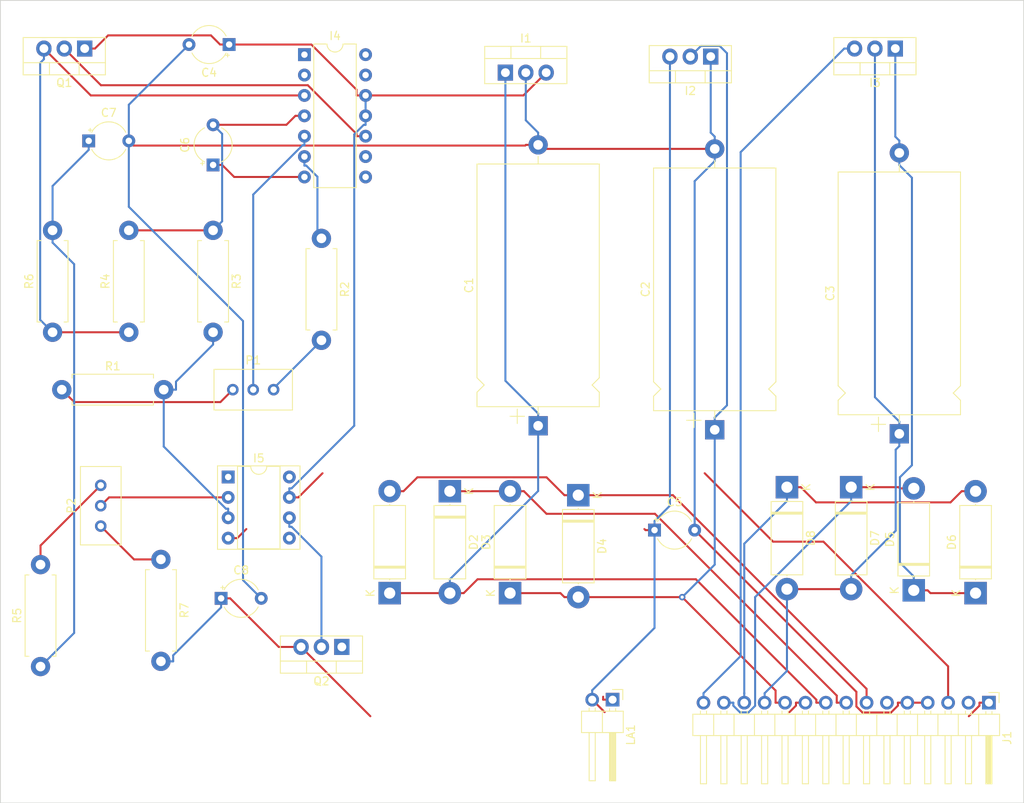
<source format=kicad_pcb>
(kicad_pcb (version 20221018) (generator pcbnew)
  (layers (0 "F.Cu" signal) (31 "B.Cu" signal) (34 "B.Paste" user) (35 "F.Paste" user) (36 "B.SilkS" user "B.Silkscreen") (37 "F.SilkS" user "F.Silkscreen") (38 "B.Mask" user) (39 "F.Mask" user) (44 "Edge.Cuts" user))
  (net 0 "")
  (net 1 "UnVDC+")
  (net 2 "AGnd")
  (net 3 "+15VDC")
  (net 4 "-15VDC")
  (net 5 "+10VDC")
  (net 6 "-10VDC")
  (net 7 "14VAC+")
  (net 8 "UnVDC-")
  (net 9 "Net-(C3--)")
  (net 10 "DGnd")
  (net 11 "Vcc")
  (net 14 "Net-(I4-CSEN)")
  (net 15 "Net-(I4--)")
  (net 16 "Net-(I4-+)")
  (net 17 "Net-(I4-VREF)")
  (net 18 "Net-(I4-V-)")
  (net 21 "Net-(I4-Vout)")
  (net 24 "Net-(P1-Pad1)")
  (net 25 "Net-(P1-Pad3)")
  (net 26 "Net-(LA1--)")
  (net 27 "Net-(Q2-B)")
  (net 28 "Net-(I5-+)")
  (net 29 "Net-(P2-Pad1)")
  (net 30 "Net-(P2-Pad3)")
  (net 31 "14VAC-")
  (net 32 "6VAC-")
  (net 33 "6VAC+")
  (net 35 "Net-(I5--)")
  (net 38 "XGnd")
  (footprint "Potentiometer_THT:Potentiometer_Bourns_3296W_Vertical" (layer "F.Cu") (at 90.04 92.5)
    (fp_text reference "P1" (at -2.54 -3.66) (layer "F.SilkS"))
    (fp_text value "50Ohm")
    (pad "1" thru_hole circle (at 0 0) (size 1.44 1.44) (drill 0.8) (layers "*.Cu" "*.Mask") (net 24 "Net-(P1-Pad1)"))
    (pad "2" thru_hole circle (at -2.54 0) (size 1.44 1.44) (drill 0.8) (layers "*.Cu" "*.Mask") (net 16 "Net-(I4-+)"))
    (pad "3" thru_hole circle (at -5.08 0) (size 1.44 1.44) (drill 0.8) (layers "*.Cu" "*.Mask") (net 25 "Net-(P1-Pad3)"))
  )
  (footprint "Capacitor_THT:CP_Axial_L30.0mm_D15.0mm_P35.00mm_Horizontal" (layer "F.Cu") (at 145 97.5 90)
    (fp_text reference "C2" (at 17.5 -8.62 90) (layer "F.SilkS"))
    (fp_text value "2200uf")
    (pad "1" thru_hole rect (at 0 0 90) (size 2.4 2.4) (drill 1.2) (layers "*.Cu" "*.Mask") (net 8 "UnVDC-"))
    (pad "2" thru_hole oval (at 35 0 90) (size 2.4 2.4) (drill 1.2) (layers "*.Cu" "*.Mask") (net 2 "AGnd"))
  )
  (footprint "Package_DIP:DIP-14_W7.62mm" (layer "F.Cu") (at 93.88 50.76)
    (fp_text reference "I4" (at 3.81 -2.33) (layer "F.SilkS"))
    (fp_text value "LM723_DIP14")
    (pad "1" thru_hole rect (at 0 0) (size 1.6 1.6) (drill 0.8) (layers "*.Cu" "*.Mask"))
    (pad "2" thru_hole oval (at 0 2.54) (size 1.6 1.6) (drill 0.8) (layers "*.Cu" "*.Mask"))
    (pad "3" thru_hole oval (at 0 5.08) (size 1.6 1.6) (drill 0.8) (layers "*.Cu" "*.Mask") (net 14 "Net-(I4-CSEN)"))
    (pad "4" thru_hole oval (at 0 7.62) (size 1.6 1.6) (drill 0.8) (layers "*.Cu" "*.Mask") (net 15 "Net-(I4--)"))
    (pad "5" thru_hole oval (at 0 10.16) (size 1.6 1.6) (drill 0.8) (layers "*.Cu" "*.Mask") (net 16 "Net-(I4-+)"))
    (pad "6" thru_hole oval (at 0 12.7) (size 1.6 1.6) (drill 0.8) (layers "*.Cu" "*.Mask") (net 17 "Net-(I4-VREF)"))
    (pad "7" thru_hole oval (at 0 15.24) (size 1.6 1.6) (drill 0.8) (layers "*.Cu" "*.Mask") (net 18 "Net-(I4-V-)"))
    (pad "8" thru_hole oval (at 7.62 15.24) (size 1.6 1.6) (drill 0.8) (layers "*.Cu" "*.Mask"))
    (pad "9" thru_hole oval (at 7.62 12.7) (size 1.6 1.6) (drill 0.8) (layers "*.Cu" "*.Mask"))
    (pad "10" thru_hole oval (at 7.62 10.16) (size 1.6 1.6) (drill 0.8) (layers "*.Cu" "*.Mask") (net 21 "Net-(I4-Vout)"))
    (pad "11" thru_hole oval (at 7.62 7.62) (size 1.6 1.6) (drill 0.8) (layers "*.Cu" "*.Mask") (net 3 "+15VDC"))
    (pad "12" thru_hole oval (at 7.62 5.08) (size 1.6 1.6) (drill 0.8) (layers "*.Cu" "*.Mask") (net 3 "+15VDC"))
    (pad "13" thru_hole oval (at 7.62 2.54) (size 1.6 1.6) (drill 0.8) (layers "*.Cu" "*.Mask"))
    (pad "14" thru_hole oval (at 7.62 0) (size 1.6 1.6) (drill 0.8) (layers "*.Cu" "*.Mask"))
  )
  (footprint "Connector_PinHeader_2.54mm:PinHeader_1x15_P2.54mm_Horizontal" (layer "F.Cu") (at 179.16 131.5 -90)
    (fp_text reference "J1" (at 4.385 -2.27 90) (layer "F.SilkS"))
    (fp_text value "Conn_01x15_Pin")
    (pad "1" thru_hole rect (at 0 0 270) (size 1.7 1.7) (drill 1) (layers "*.Cu" "*.Mask") (net 6 "-10VDC"))
    (pad "2" thru_hole oval (at 0 2.54 270) (size 1.7 1.7) (drill 1) (layers "*.Cu" "*.Mask") (net 5 "+10VDC"))
    (pad "3" thru_hole oval (at 0 5.08 270) (size 1.7 1.7) (drill 1) (layers "*.Cu" "*.Mask") (net 3 "+15VDC"))
    (pad "4" thru_hole oval (at 0 7.62 270) (size 1.7 1.7) (drill 1) (layers "*.Cu" "*.Mask") (net 2 "AGnd"))
    (pad "5" thru_hole oval (at 0 10.16 270) (size 1.7 1.7) (drill 1) (layers "*.Cu" "*.Mask") (net 2 "AGnd"))
    (pad "6" thru_hole oval (at 0 12.7 270) (size 1.7 1.7) (drill 1) (layers "*.Cu" "*.Mask") (net 38 "XGnd"))
    (pad "7" thru_hole oval (at 0 15.24 270) (size 1.7 1.7) (drill 1) (layers "*.Cu" "*.Mask") (net 7 "14VAC+"))
    (pad "8" thru_hole oval (at 0 17.78 270) (size 1.7 1.7) (drill 1) (layers "*.Cu" "*.Mask") (net 31 "14VAC-"))
    (pad "9" thru_hole oval (at 0 20.32 270) (size 1.7 1.7) (drill 1) (layers "*.Cu" "*.Mask") (net 1 "UnVDC+"))
    (pad "10" thru_hole oval (at 0 22.86 270) (size 1.7 1.7) (drill 1) (layers "*.Cu" "*.Mask") (net 4 "-15VDC"))
    (pad "11" thru_hole oval (at 0 25.4 270) (size 1.7 1.7) (drill 1) (layers "*.Cu" "*.Mask") (net 8 "UnVDC-"))
    (pad "12" thru_hole oval (at 0 27.94 270) (size 1.7 1.7) (drill 1) (layers "*.Cu" "*.Mask") (net 10 "DGnd"))
    (pad "13" thru_hole oval (at 0 30.48 270) (size 1.7 1.7) (drill 1) (layers "*.Cu" "*.Mask") (net 33 "6VAC+"))
    (pad "14" thru_hole oval (at 0 33.02 270) (size 1.7 1.7) (drill 1) (layers "*.Cu" "*.Mask") (net 32 "6VAC-"))
    (pad "15" thru_hole oval (at 0 35.56 270) (size 1.7 1.7) (drill 1) (layers "*.Cu" "*.Mask") (net 11 "Vcc"))
  )
  (footprint "Resistor_THT:R_Axial_DIN0411_L9.9mm_D3.6mm_P12.70mm_Horizontal" (layer "F.Cu") (at 61 127 90)
    (fp_text reference "R5" (at 6.35 -2.92 90) (layer "F.SilkS"))
    (fp_text value "4.99kOhm")
    (pad "1" thru_hole circle (at 0 0 90) (size 2.4 2.4) (drill 1.2) (layers "*.Cu" "*.Mask") (net 5 "+10VDC"))
    (pad "2" thru_hole oval (at 12.7 0 90) (size 2.4 2.4) (drill 1.2) (layers "*.Cu" "*.Mask") (net 29 "Net-(P2-Pad1)"))
  )
  (footprint "Package_TO_SOT_THT:TO-220-3_Vertical" (layer "F.Cu") (at 66.5 50 180)
    (fp_text reference "Q1" (at 2.54 -4.27) (layer "F.SilkS"))
    (fp_text value "NPN")
    (pad "1" thru_hole rect (at 0 0 180) (size 1.905 2) (drill 1.1) (layers "*.Cu" "*.Mask") (net 3 "+15VDC"))
    (pad "2" thru_hole oval (at 2.54 0 180) (size 1.905 2) (drill 1.1) (layers "*.Cu" "*.Mask") (net 21 "Net-(I4-Vout)"))
    (pad "3" thru_hole oval (at 5.08 0 180) (size 1.905 2) (drill 1.1) (layers "*.Cu" "*.Mask") (net 14 "Net-(I4-CSEN)"))
  )
  (footprint "Potentiometer_THT:Potentiometer_Bourns_3296W_Vertical" (layer "F.Cu") (at 68.5 104.42 90)
    (fp_text reference "P2" (at -2.54 -3.66 90) (layer "F.SilkS"))
    (fp_text value "50Ohm")
    (pad "1" thru_hole circle (at 0 0 90) (size 1.44 1.44) (drill 0.8) (layers "*.Cu" "*.Mask") (net 29 "Net-(P2-Pad1)"))
    (pad "2" thru_hole circle (at -2.54 0 90) (size 1.44 1.44) (drill 0.8) (layers "*.Cu" "*.Mask") (net 35 "Net-(I5--)"))
    (pad "3" thru_hole circle (at -5.08 0 90) (size 1.44 1.44) (drill 0.8) (layers "*.Cu" "*.Mask") (net 30 "Net-(P2-Pad3)"))
  )
  (footprint "Diode_THT:D_5W_P12.70mm_Horizontal" (layer "F.Cu") (at 104.5 117.85 90)
    (fp_text reference "D1" hide)
    (fp_text value "1N4001")
    (fp_text user "K" (at 0 -2.4 90) (layer "F.SilkS"))
    (pad "1" thru_hole rect (at 0 0 90) (size 2.8 2.8) (drill 1.4) (layers "*.Cu" "*.Mask") (net 1 "UnVDC+"))
    (pad "2" thru_hole oval (at 12.7 0 90) (size 2.8 2.8) (drill 1.4) (layers "*.Cu" "*.Mask") (net 7 "14VAC+"))
  )
  (footprint "Connector_PinHeader_2.54mm:PinHeader_1x02_P2.54mm_Horizontal" (layer "F.Cu") (at 132.275 131.125 -90)
    (fp_text reference "LA1" (at 4.385 -2.27 90) (layer "F.SilkS"))
    (fp_text value "12V .04A Inc")
    (pad "1" thru_hole rect (at 0 0 270) (size 1.7 1.7) (drill 1) (layers "*.Cu" "*.Mask") (net 26 "Net-(LA1--)"))
    (pad "2" thru_hole oval (at 0 2.54 270) (size 1.7 1.7) (drill 1) (layers "*.Cu" "*.Mask") (net 4 "-15VDC"))
  )
  (footprint "Capacitor_THT:CP_Radial_Tantal_D4.5mm_P5.00mm" (layer "F.Cu") (at 67 61.5)
    (fp_text reference "C7" (at 2.5 -3.5) (layer "F.SilkS"))
    (fp_text value ".1uf")
    (pad "1" thru_hole rect (at 0 0) (size 1.6 1.6) (drill 0.8) (layers "*.Cu" "*.Mask") (net 5 "+10VDC"))
    (pad "2" thru_hole circle (at 5 0) (size 1.6 1.6) (drill 0.8) (layers "*.Cu" "*.Mask") (net 2 "AGnd"))
  )
  (footprint "Diode_THT:D_5W_P12.70mm_Horizontal" (layer "F.Cu") (at 128 105.65 -90)
    (fp_text reference "D4" (at 6.35 -2.97 90) (layer "F.SilkS"))
    (fp_text value "1N4001")
    (fp_text user "K" (at 0 -2.4 90) (layer "F.SilkS"))
    (pad "1" thru_hole rect (at 0 0 270) (size 2.8 2.8) (drill 1.4) (layers "*.Cu" "*.Mask") (net 7 "14VAC+"))
    (pad "2" thru_hole oval (at 12.7 0 270) (size 2.8 2.8) (drill 1.4) (layers "*.Cu" "*.Mask") (net 8 "UnVDC-"))
  )
  (footprint "Capacitor_THT:CP_Radial_Tantal_D4.5mm_P5.00mm" (layer "F.Cu") (at 82.5 64.5 90)
    (fp_text reference "C6" (at 2.5 -3.5 90) (layer "F.SilkS"))
    (fp_text value ".1uf")
    (pad "1" thru_hole rect (at 0 0 90) (size 1.6 1.6) (drill 0.8) (layers "*.Cu" "*.Mask") (net 18 "Net-(I4-V-)"))
    (pad "2" thru_hole circle (at 5 0 90) (size 1.6 1.6) (drill 0.8) (layers "*.Cu" "*.Mask") (net 15 "Net-(I4--)"))
  )
  (footprint "Resistor_THT:R_Axial_DIN0411_L9.9mm_D3.6mm_P12.70mm_Horizontal" (layer "F.Cu") (at 62.5 85.35 90)
    (fp_text reference "R6" (at 6.35 -2.92 90) (layer "F.SilkS"))
    (fp_text value "10Ohm")
    (pad "1" thru_hole circle (at 0 0 90) (size 2.4 2.4) (drill 1.2) (layers "*.Cu" "*.Mask") (net 14 "Net-(I4-CSEN)"))
    (pad "2" thru_hole oval (at 12.7 0 90) (size 2.4 2.4) (drill 1.2) (layers "*.Cu" "*.Mask") (net 5 "+10VDC"))
  )
  (footprint "Diode_THT:D_5W_P12.70mm_Horizontal" (layer "F.Cu") (at 154 104.65 -90)
    (fp_text reference "D8" (at 6.35 -2.97 90) (layer "F.SilkS"))
    (fp_text value "1N4001")
    (fp_text user "K" (at 0 -2.4 90) (layer "F.SilkS"))
    (pad "1" thru_hole rect (at 0 0 270) (size 2.8 2.8) (drill 1.4) (layers "*.Cu" "*.Mask") (net 33 "6VAC+"))
    (pad "2" thru_hole oval (at 12.7 0 270) (size 2.8 2.8) (drill 1.4) (layers "*.Cu" "*.Mask") (net 10 "DGnd"))
  )
  (footprint "Package_TO_SOT_THT:TO-220-3_Vertical" (layer "F.Cu") (at 118.92 53)
    (fp_text reference "I1" (at 2.54 -4.27) (layer "F.SilkS"))
    (fp_text value "L7815")
    (pad "1" thru_hole rect (at 0 0) (size 1.905 2) (drill 1.1) (layers "*.Cu" "*.Mask") (net 1 "UnVDC+"))
    (pad "2" thru_hole oval (at 2.54 0) (size 1.905 2) (drill 1.1) (layers "*.Cu" "*.Mask") (net 2 "AGnd"))
    (pad "3" thru_hole oval (at 5.08 0) (size 1.905 2) (drill 1.1) (layers "*.Cu" "*.Mask") (net 3 "+15VDC"))
  )
  (footprint "Diode_THT:D_5W_P12.70mm_Horizontal" (layer "F.Cu") (at 169.8 117.5 90)
    (fp_text reference "D5" (at 6.35 -2.97 90) (layer "F.SilkS"))
    (fp_text value "1N4001")
    (fp_text user "K" (at 0 -2.4 90) (layer "F.SilkS"))
    (pad "1" thru_hole rect (at 0 0 90) (size 2.8 2.8) (drill 1.4) (layers "*.Cu" "*.Mask") (net 9 "Net-(C3--)"))
    (pad "2" thru_hole oval (at 12.7 0 90) (size 2.8 2.8) (drill 1.4) (layers "*.Cu" "*.Mask") (net 32 "6VAC-"))
  )
  (footprint "Package_TO_SOT_THT:TO-220-3_Vertical" (layer "F.Cu") (at 144.5 51 180)
    (fp_text reference "I2" (at 2.54 -4.27) (layer "F.SilkS"))
    (fp_text value "L7915")
    (pad "1" thru_hole rect (at 0 0 180) (size 1.905 2) (drill 1.1) (layers "*.Cu" "*.Mask") (net 2 "AGnd"))
    (pad "2" thru_hole oval (at 2.54 0 180) (size 1.905 2) (drill 1.1) (layers "*.Cu" "*.Mask") (net 8 "UnVDC-"))
    (pad "3" thru_hole oval (at 5.08 0 180) (size 1.905 2) (drill 1.1) (layers "*.Cu" "*.Mask") (net 4 "-15VDC"))
  )
  (footprint "Resistor_THT:R_Axial_DIN0411_L9.9mm_D3.6mm_P12.70mm_Horizontal" (layer "F.Cu") (at 96 73.65 -90)
    (fp_text reference "R2" (at 6.35 -2.92 90) (layer "F.SilkS"))
    (fp_text value "2.32kOhm")
    (pad "1" thru_hole circle (at 0 0 270) (size 2.4 2.4) (drill 1.2) (layers "*.Cu" "*.Mask") (net 17 "Net-(I4-VREF)"))
    (pad "2" thru_hole oval (at 12.7 0 270) (size 2.4 2.4) (drill 1.2) (layers "*.Cu" "*.Mask") (net 24 "Net-(P1-Pad1)"))
  )
  (footprint "Diode_THT:D_5W_P12.70mm_Horizontal" (layer "F.Cu") (at 177.5 117.85 90)
    (fp_text reference "D6" (at 6.35 -2.97 90) (layer "F.SilkS"))
    (fp_text value "1N4001")
    (fp_text user "K" (at 0 -2.4 90) (layer "F.SilkS"))
    (pad "1" thru_hole rect (at 0 0 90) (size 2.8 2.8) (drill 1.4) (layers "*.Cu" "*.Mask") (net 9 "Net-(C3--)"))
    (pad "2" thru_hole oval (at 12.7 0 90) (size 2.8 2.8) (drill 1.4) (layers "*.Cu" "*.Mask") (net 33 "6VAC+"))
  )
  (footprint "Capacitor_THT:CP_Axial_L30.0mm_D15.0mm_P35.00mm_Horizontal" (layer "F.Cu") (at 123 97 90)
    (fp_text reference "C1" (at 17.5 -8.62 90) (layer "F.SilkS"))
    (fp_text value "2200uf")
    (pad "1" thru_hole rect (at 0 0 90) (size 2.4 2.4) (drill 1.2) (layers "*.Cu" "*.Mask") (net 1 "UnVDC+"))
    (pad "2" thru_hole oval (at 35 0 90) (size 2.4 2.4) (drill 1.2) (layers "*.Cu" "*.Mask") (net 2 "AGnd"))
  )
  (footprint "Capacitor_THT:CP_Radial_Tantal_D4.5mm_P5.00mm" (layer "F.Cu") (at 84.5 49.5 180)
    (fp_text reference "C4" (at 2.5 -3.5) (layer "F.SilkS"))
    (fp_text value ".1uf")
    (pad "1" thru_hole rect (at 0 0 180) (size 1.6 1.6) (drill 0.8) (layers "*.Cu" "*.Mask") (net 3 "+15VDC"))
    (pad "2" thru_hole circle (at 5 0 180) (size 1.6 1.6) (drill 0.8) (layers "*.Cu" "*.Mask") (net 2 "AGnd"))
  )
  (footprint "Resistor_THT:R_Axial_DIN0411_L9.9mm_D3.6mm_P12.70mm_Horizontal" (layer "F.Cu") (at 63.65 92.5)
    (fp_text reference "R1" (at 6.35 -2.92) (layer "F.SilkS"))
    (fp_text value "6.04kOhm")
    (pad "1" thru_hole circle (at 0 0) (size 2.4 2.4) (drill 1.2) (layers "*.Cu" "*.Mask") (net 25 "Net-(P1-Pad3)"))
    (pad "2" thru_hole oval (at 12.7 0) (size 2.4 2.4) (drill 1.2) (layers "*.Cu" "*.Mask") (net 28 "Net-(I5-+)"))
  )
  (footprint "Resistor_THT:R_Axial_DIN0411_L9.9mm_D3.6mm_P12.70mm_Horizontal" (layer "F.Cu") (at 72 85.35 90)
    (fp_text reference "R4" (at 6.35 -2.92 90) (layer "F.SilkS"))
    (fp_text value "9.76kOhm")
    (pad "1" thru_hole circle (at 0 0 90) (size 2.4 2.4) (drill 1.2) (layers "*.Cu" "*.Mask") (net 14 "Net-(I4-CSEN)"))
    (pad "2" thru_hole oval (at 12.7 0 90) (size 2.4 2.4) (drill 1.2) (layers "*.Cu" "*.Mask") (net 15 "Net-(I4--)"))
  )
  (footprint "Capacitor_THT:CP_Radial_Tantal_D4.5mm_P5.00mm" (layer "F.Cu") (at 137.5 110)
    (fp_text reference "C5" (at 2.5 -3.5) (layer "F.SilkS"))
    (fp_text value "1uf")
    (pad "1" thru_hole rect (at 0 0) (size 1.6 1.6) (drill 0.8) (layers "*.Cu" "*.Mask") (net 4 "-15VDC"))
    (pad "2" thru_hole circle (at 5 0) (size 1.6 1.6) (drill 0.8) (layers "*.Cu" "*.Mask") (net 2 "AGnd"))
  )
  (footprint "Package_TO_SOT_THT:TO-220-3_Vertical" (layer "F.Cu") (at 98.54 124.555 180)
    (fp_text reference "Q2" (at 2.54 -4.27) (layer "F.SilkS"))
    (fp_text value "PNP")
    (pad "1" thru_hole rect (at 0 0 180) (size 1.905 2) (drill 1.1) (layers "*.Cu" "*.Mask") (net 26 "Net-(LA1--)"))
    (pad "2" thru_hole oval (at 2.54 0 180) (size 1.905 2) (drill 1.1) (layers "*.Cu" "*.Mask") (net 27 "Net-(Q2-B)"))
    (pad "3" thru_hole oval (at 5.08 0 180) (size 1.905 2) (drill 1.1) (layers "*.Cu" "*.Mask") (net 6 "-10VDC"))
  )
  (footprint "Package_DIP:DIP-8_W7.62mm_Socket" (layer "F.Cu") (at 84.38 103.38)
    (fp_text reference "I5" (at 3.81 -2.33) (layer "F.SilkS"))
    (fp_text value "LM741")
    (pad "1" thru_hole rect (at 0 0) (size 1.6 1.6) (drill 0.8) (layers "*.Cu" "*.Mask"))
    (pad "2" thru_hole oval (at 0 2.54) (size 1.6 1.6) (drill 0.8) (layers "*.Cu" "*.Mask") (net 35 "Net-(I5--)"))
    (pad "3" thru_hole oval (at 0 5.08) (size 1.6 1.6) (drill 0.8) (layers "*.Cu" "*.Mask") (net 28 "Net-(I5-+)"))
    (pad "4" thru_hole oval (at 0 7.62) (size 1.6 1.6) (drill 0.8) (layers "*.Cu" "*.Mask") (net 4 "-15VDC"))
    (pad "5" thru_hole oval (at 7.62 7.62) (size 1.6 1.6) (drill 0.8) (layers "*.Cu" "*.Mask"))
    (pad "6" thru_hole oval (at 7.62 5.08) (size 1.6 1.6) (drill 0.8) (layers "*.Cu" "*.Mask") (net 27 "Net-(Q2-B)"))
    (pad "7" thru_hole oval (at 7.62 2.54) (size 1.6 1.6) (drill 0.8) (layers "*.Cu" "*.Mask") (net 3 "+15VDC"))
    (pad "8" thru_hole oval (at 7.62 0) (size 1.6 1.6) (drill 0.8) (layers "*.Cu" "*.Mask"))
  )
  (footprint "Diode_THT:D_5W_P12.70mm_Horizontal" (layer "F.Cu") (at 119.5 117.85 90)
    (fp_text reference "D3" (at 6.35 -2.97 90) (layer "F.SilkS"))
    (fp_text value "1N4001")
    (fp_text user "K" (at 0 -2.4 90) (layer "F.SilkS"))
    (pad "1" thru_hole rect (at 0 0 90) (size 2.8 2.8) (drill 1.4) (layers "*.Cu" "*.Mask") (net 8 "UnVDC-"))
    (pad "2" thru_hole oval (at 12.7 0 90) (size 2.8 2.8) (drill 1.4) (layers "*.Cu" "*.Mask") (net 31 "14VAC-"))
  )
  (footprint "Resistor_THT:R_Axial_DIN0411_L9.9mm_D3.6mm_P12.70mm_Horizontal" (layer "F.Cu") (at 82.5 72.65 -90)
    (fp_text reference "R3" (at 6.35 -2.92 90) (layer "F.SilkS"))
    (fp_text value "2.43kOhm")
    (pad "1" thru_hole circle (at 0 0 270) (size 2.4 2.4) (drill 1.2) (layers "*.Cu" "*.Mask") (net 15 "Net-(I4--)"))
    (pad "2" thru_hole oval (at 12.7 0 270) (size 2.4 2.4) (drill 1.2) (layers "*.Cu" "*.Mask") (net 28 "Net-(I5-+)"))
  )
  (footprint "Resistor_THT:R_Axial_DIN0411_L9.9mm_D3.6mm_P12.70mm_Horizontal" (layer "F.Cu") (at 76 113.65 -90)
    (fp_text reference "R7" (at 6.35 -2.92 90) (layer "F.SilkS"))
    (fp_text value "4.99kOhm")
    (pad "1" thru_hole circle (at 0 0 270) (size 2.4 2.4) (drill 1.2) (layers "*.Cu" "*.Mask") (net 30 "Net-(P2-Pad3)"))
    (pad "2" thru_hole oval (at 12.7 0 270) (size 2.4 2.4) (drill 1.2) (layers "*.Cu" "*.Mask") (net 6 "-10VDC"))
  )
  (footprint "Diode_THT:D_5W_P12.70mm_Horizontal" (layer "F.Cu") (at 112 105.15 -90)
    (fp_text reference "D2" (at 6.35 -2.97 90) (layer "F.SilkS"))
    (fp_text value "1N4001")
    (fp_text user "K" (at 0 -2.4 90) (layer "F.SilkS"))
    (pad "1" thru_hole rect (at 0 0 270) (size 2.8 2.8) (drill 1.4) (layers "*.Cu" "*.Mask") (net 31 "14VAC-"))
    (pad "2" thru_hole oval (at 12.7 0 270) (size 2.8 2.8) (drill 1.4) (layers "*.Cu" "*.Mask") (net 1 "UnVDC+"))
  )
  (footprint "Capacitor_THT:CP_Radial_Tantal_D4.5mm_P5.00mm" (layer "F.Cu") (at 83.5 118.5)
    (fp_text reference "C8" (at 2.5 -3.5) (layer "F.SilkS"))
    (fp_text value ".1uf")
    (pad "1" thru_hole rect (at 0 0) (size 1.6 1.6) (drill 0.8) (layers "*.Cu" "*.Mask") (net 6 "-10VDC"))
    (pad "2" thru_hole circle (at 5 0) (size 1.6 1.6) (drill 0.8) (layers "*.Cu" "*.Mask") (net 2 "AGnd"))
  )
  (footprint "Diode_THT:D_5W_P12.70mm_Horizontal" (layer "F.Cu") (at 162 104.65 -90)
    (fp_text reference "D7" (at 6.35 -2.97 90) (layer "F.SilkS"))
    (fp_text value "1N4001")
    (fp_text user "K" (at 0 -2.4 90) (layer "F.SilkS"))
    (pad "1" thru_hole rect (at 0 0 270) (size 2.8 2.8) (drill 1.4) (layers "*.Cu" "*.Mask") (net 32 "6VAC-"))
    (pad "2" thru_hole oval (at 12.7 0 270) (size 2.8 2.8) (drill 1.4) (layers "*.Cu" "*.Mask") (net 10 "DGnd"))
  )
  (footprint "Package_TO_SOT_THT:TO-220-3_Vertical" (layer "F.Cu") (at 167.5 50 180)
    (fp_text reference "I3" (at 2.54 -4.27) (layer "F.SilkS"))
    (fp_text value "L7805")
    (pad "1" thru_hole rect (at 0 0 180) (size 1.905 2) (drill 1.1) (layers "*.Cu" "*.Mask") (net 9 "Net-(C3--)"))
    (pad "2" thru_hole oval (at 2.54 0 180) (size 1.905 2) (drill 1.1) (layers "*.Cu" "*.Mask") (net 10 "DGnd"))
    (pad "3" thru_hole oval (at 5.08 0 180) (size 1.905 2) (drill 1.1) (layers "*.Cu" "*.Mask") (net 11 "Vcc"))
  )
  (footprint "Capacitor_THT:CP_Axial_L30.0mm_D15.0mm_P35.00mm_Horizontal" (layer "F.Cu") (at 168 98 90)
    (fp_text reference "C3" (at 17.5 -8.62 90) (layer "F.SilkS"))
    (fp_text value "2200uf")
    (pad "1" thru_hole rect (at 0 0 90) (size 2.4 2.4) (drill 1.2) (layers "*.Cu" "*.Mask") (net 10 "DGnd"))
    (pad "2" thru_hole oval (at 35 0 90) (size 2.4 2.4) (drill 1.2) (layers "*.Cu" "*.Mask") (net 9 "Net-(C3--)"))
  )
  (gr_rect (start 56 44) (end 183.5 144) (stroke (width 0.1)) (fill none) (layer "Edge.Cuts"))
  (segment (start 158.84 131.5) (end 157.6631 131.5) (width 0.25) (layer "F.Cu") (net 1))
  (segment (start 142.654 116.1231) (end 115.4538 116.1231) (width 0.25) (layer "F.Cu") (net 1))
  (segment (start 112 117.85) (end 104.5 117.85) (width 0.25) (layer "F.Cu") (net 1))
  (segment (start 112 117.85) (end 113.7269 117.85) (width 0.25) (layer "F.Cu") (net 1))
  (segment (start 157.6631 131.5) (end 157.6631 131.1322) (width 0.25) (layer "F.Cu") (net 1))
  (segment (start 115.4538 116.1231) (end 113.7269 117.85) (width 0.25) (layer "F.Cu") (net 1))
  (segment (start 157.6631 131.1322) (end 142.654 116.1231) (width 0.25) (layer "F.Cu") (net 1))
  (segment (start 112 116.1231) (end 123 105.1231) (width 0.25) (layer "B.Cu") (net 1))
  (segment (start 123 105.1231) (end 123 97) (width 0.25) (layer "B.Cu") (net 1))
  (segment (start 118.92 91.3931) (end 123 95.4731) (width 0.25) (layer "B.Cu") (net 1))
  (segment (start 123 97) (end 123 95.4731) (width 0.25) (layer "B.Cu") (net 1))
  (segment (start 112 117.85) (end 112 116.1231) (width 0.25) (layer "B.Cu") (net 1))
  (segment (start 118.92 53) (end 118.92 91.3931) (width 0.25) (layer "B.Cu") (net 1))
  (segment (start 167.8231 131.5) (end 167.8231 131.8678) (width 0.25) (layer "F.Cu") (net 2))
  (segment (start 169 131.5) (end 167.8231 131.5) (width 0.25) (layer "F.Cu") (net 2))
  (segment (start 122.2366 62) (end 121.4731 62) (width 0.25) (layer "F.Cu") (net 2))
  (segment (start 123 62) (end 122.2366 62) (width 0.25) (layer "F.Cu") (net 2))
  (segment (start 122.2366 62) (end 122.7366 62.5) (width 0.25) (layer "F.Cu") (net 2))
  (segment (start 166.9701 132.7208) (end 163.4032 132.7208) (width 0.25) (layer "F.Cu") (net 2))
  (segment (start 121.3867 62.0864) (end 121.4731 62) (width 0.25) (layer "F.Cu") (net 2))
  (segment (start 163.4032 132.7208) (end 162.65 131.9676) (width 0.25) (layer "F.Cu") (net 2))
  (segment (start 171.54 131.5) (end 169 131.5) (width 0.25) (layer "F.Cu") (net 2))
  (segment (start 167.8231 131.8678) (end 166.9701 132.7208) (width 0.25) (layer "F.Cu") (net 2))
  (segment (start 122.7366 62.5) (end 145 62.5) (width 0.25) (layer "F.Cu") (net 2))
  (segment (start 162.65 131.9676) (end 162.65 130.15) (width 0.25) (layer "F.Cu") (net 2))
  (segment (start 72 61.5) (end 72.5864 62.0864) (width 0.25) (layer "F.Cu") (net 2))
  (segment (start 162.65 130.15) (end 142.5 110) (width 0.25) (layer "F.Cu") (net 2))
  (segment (start 72.5864 62.0864) (end 121.3867 62.0864) (width 0.25) (layer "F.Cu") (net 2))
  (segment (start 145 64.0269) (end 142.5 66.5269) (width 0.25) (layer "B.Cu") (net 2))
  (segment (start 121.46 58.9331) (end 123 60.4731) (width 0.25) (layer "B.Cu") (net 2))
  (segment (start 145 62.5) (end 145 64.0269) (width 0.25) (layer "B.Cu") (net 2))
  (segment (start 145 62.5) (end 145 60.9731) (width 0.25) (layer "B.Cu") (net 2))
  (segment (start 142.5 66.5269) (end 142.5 110) (width 0.25) (layer "B.Cu") (net 2))
  (segment (start 86.23 83.9457) (end 86.23 116.23) (width 0.25) (layer "B.Cu") (net 2))
  (segment (start 72 57) (end 72 61.5) (width 0.25) (layer "B.Cu") (net 2))
  (segment (start 86.23 116.23) (end 88.5 118.5) (width 0.25) (layer "B.Cu") (net 2))
  (segment (start 144.5 51) (end 144.5 60.4731) (width 0.25) (layer "B.Cu") (net 2))
  (segment (start 121.46 53) (end 121.46 58.9331) (width 0.25) (layer "B.Cu") (net 2))
  (segment (start 72 61.5) (end 72 69.7157) (width 0.25) (layer "B.Cu") (net 2))
  (segment (start 79.5 49.5) (end 72 57) (width 0.25) (layer "B.Cu") (net 2))
  (segment (start 123 62) (end 123 60.4731) (width 0.25) (layer "B.Cu") (net 2))
  (segment (start 72 69.7157) (end 86.23 83.9457) (width 0.25) (layer "B.Cu") (net 2))
  (segment (start 144.5 60.4731) (end 145 60.9731) (width 0.25) (layer "B.Cu") (net 2))
  (segment (start 101.5 55.84) (end 100.3731 55.84) (width 0.25) (layer "F.Cu") (net 3))
  (segment (start 94.7476 49.5) (end 100.3731 55.1255) (width 0.25) (layer "F.Cu") (net 3))
  (segment (start 174.08 131.5) (end 174.08 126.9696) (width 0.25) (layer "F.Cu") (net 3))
  (segment (start 84.5 49.5) (end 94.7476 49.5) (width 0.25) (layer "F.Cu") (net 3))
  (segment (start 124 53) (end 121.16 55.84) (width 0.25) (layer "F.Cu") (net 3))
  (segment (start 121.16 55.84) (end 101.5 55.84) (width 0.25) (layer "F.Cu") (net 3))
  (segment (start 96.1348 102.9121) (end 93.1269 105.92) (width 0.25) (layer "F.Cu") (net 3))
  (segment (start 83.9366 49.5) (end 83.3731 49.5) (width 0.25) (layer "F.Cu") (net 3))
  (segment (start 158.5498 111.4394) (end 152.2746 111.4394) (width 0.25) (layer "F.Cu") (net 3))
  (segment (start 152.2746 111.4394) (end 143.7473 102.9121) (width 0.25) (layer "F.Cu") (net 3))
  (segment (start 69.4204 48.359) (end 67.7794 50) (width 0.25) (layer "F.Cu") (net 3))
  (segment (start 83.9366 49.5) (end 84.5 49.5) (width 0.25) (layer "F.Cu") (net 3))
  (segment (start 83.3731 49.5) (end 82.2321 48.359) (width 0.25) (layer "F.Cu") (net 3))
  (segment (start 82.2321 48.359) (end 69.4204 48.359) (width 0.25) (layer "F.Cu") (net 3))
  (segment (start 92 105.92) (end 93.1269 105.92) (width 0.25) (layer "F.Cu") (net 3))
  (segment (start 100.3731 55.1255) (end 100.3731 55.84) (width 0.25) (layer "F.Cu") (net 3))
  (segment (start 174.08 126.9696) (end 158.5498 111.4394) (width 0.25) (layer "F.Cu") (net 3))
  (segment (start 66.5 50) (end 67.7794 50) (width 0.25) (layer "F.Cu") (net 3))
  (segment (start 92 104.7931) (end 92.2817 104.7931) (width 0.25) (layer "B.Cu") (net 3))
  (segment (start 100.0854 60.688) (end 101.2665 59.5069) (width 0.25) (layer "B.Cu") (net 3))
  (segment (start 92.2817 104.7931) (end 100.0854 96.9894) (width 0.25) (layer "B.Cu") (net 3))
  (segment (start 101.5 58.38) (end 101.5 55.84) (width 0.25) (layer "B.Cu") (net 3))
  (segment (start 92 105.92) (end 92 104.7931) (width 0.25) (layer "B.Cu") (net 3))
  (segment (start 101.5 58.9434) (end 101.5 58.38) (width 0.25) (layer "B.Cu") (net 3))
  (segment (start 101.2665 59.5069) (end 101.5 59.5069) (width 0.25) (layer "B.Cu") (net 3))
  (segment (start 101.5 58.9434) (end 101.5 59.5069) (width 0.25) (layer "B.Cu") (net 3))
  (segment (start 100.0854 96.9894) (end 100.0854 60.688) (width 0.25) (layer "B.Cu") (net 3))
  (segment (start 156.3 131.5) (end 155.1231 131.5) (width 0.25) (layer "F.Cu") (net 4))
  (segment (start 84.38 111) (end 85.5069 111) (width 0.25) (layer "F.Cu") (net 4))
  (segment (start 136.2381 109.865) (end 136.3731 110) (width 0.25) (layer "F.Cu") (net 4))
  (segment (start 155.1231 131.5) (end 155.1231 131.8658) (width 0.25) (layer "F.Cu") (net 4))
  (segment (start 137.5 110) (end 136.3731 110) (width 0.25) (layer "F.Cu") (net 4))
  (segment (start 155.1231 131.8658) (end 154.3103 132.6786) (width 0.25) (layer "F.Cu") (net 4))
  (segment (start 85.5069 111) (end 86.6419 109.865) (width 0.25) (layer "F.Cu") (net 4))
  (segment (start 131.2886 132.6786) (end 129.735 131.125) (width 0.25) (layer "F.Cu") (net 4))
  (segment (start 129.735 131.125) (end 129.735 129.9481) (width 0.25) (layer "B.Cu") (net 4))
  (segment (start 137.5 122.1831) (end 129.735 129.9481) (width 0.25) (layer "B.Cu") (net 4))
  (segment (start 137.5 110) (end 137.5 122.1831) (width 0.25) (layer "B.Cu") (net 4))
  (segment (start 139.42 106.9531) (end 137.5 108.8731) (width 0.25) (layer "B.Cu") (net 4))
  (segment (start 137.5 110) (end 137.5 108.8731) (width 0.25) (layer "B.Cu") (net 4))
  (segment (start 139.42 51) (end 139.42 106.9531) (width 0.25) (layer "B.Cu") (net 4))
  (segment (start 62.5 72.65) (end 62.5 74.1769) (width 0.25) (layer "B.Cu") (net 5))
  (segment (start 65.1885 122.8115) (end 61 127) (width 0.25) (layer "B.Cu") (net 5))
  (segment (start 65.1885 76.8654) (end 65.1885 122.8115) (width 0.25) (layer "B.Cu") (net 5))
  (segment (start 67 61.5) (end 67 62.6269) (width 0.25) (layer "B.Cu") (net 5))
  (segment (start 62.5 67.1269) (end 67 62.6269) (width 0.25) (layer "B.Cu") (net 5))
  (segment (start 62.5 72.65) (end 62.5 67.1269) (width 0.25) (layer "B.Cu") (net 5))
  (segment (start 62.5 74.1769) (end 65.1885 76.8654) (width 0.25) (layer "B.Cu") (net 5))
  (segment (start 93.46 124.555) (end 102.0953 133.1903) (width 0.25) (layer "F.Cu") (net 6))
  (segment (start 83.5 118.5) (end 84.6269 118.5) (width 0.25) (layer "F.Cu") (net 6))
  (segment (start 90.6819 124.555) (end 84.6269 118.5) (width 0.25) (layer "F.Cu") (net 6))
  (segment (start 179.16 131.5) (end 177.9831 131.5) (width 0.25) (layer "F.Cu") (net 6))
  (segment (start 177.9831 131.8678) (end 177.9831 131.5) (width 0.25) (layer "F.Cu") (net 6))
  (segment (start 176.6606 133.1903) (end 177.9831 131.8678) (width 0.25) (layer "F.Cu") (net 6))
  (segment (start 93.46 124.555) (end 90.6819 124.555) (width 0.25) (layer "F.Cu") (net 6))
  (segment (start 76 126.35) (end 77.5269 126.35) (width 0.25) (layer "B.Cu") (net 6))
  (segment (start 83.5 119.6269) (end 77.5269 125.6) (width 0.25) (layer "B.Cu") (net 6))
  (segment (start 83.5 118.5) (end 83.5 119.6269) (width 0.25) (layer "B.Cu") (net 6))
  (segment (start 77.5269 125.6) (end 77.5269 126.35) (width 0.25) (layer "B.Cu") (net 6))
  (segment (start 139.7947 105.65) (end 128 105.65) (width 0.25) (layer "F.Cu") (net 7))
  (segment (start 104.5 105.15) (end 106.2269 105.15) (width 0.25) (layer "F.Cu") (net 7))
  (segment (start 163.92 129.7753) (end 139.7947 105.65) (width 0.25) (layer "F.Cu") (net 7))
  (segment (start 163.92 131.5) (end 163.92 129.7753) (width 0.25) (layer "F.Cu") (net 7))
  (segment (start 107.9566 103.4203) (end 106.2269 105.15) (width 0.25) (layer "F.Cu") (net 7))
  (segment (start 124.0434 103.4203) (end 107.9566 103.4203) (width 0.25) (layer "F.Cu") (net 7))
  (segment (start 126.2731 105.65) (end 124.0434 103.4203) (width 0.25) (layer "F.Cu") (net 7))
  (segment (start 128 105.65) (end 126.2731 105.65) (width 0.25) (layer "F.Cu") (net 7))
  (segment (start 140.9457 118.35) (end 152.5831 129.9874) (width 0.25) (layer "F.Cu") (net 8))
  (segment (start 119.5 117.85) (end 125.7731 117.85) (width 0.25) (layer "F.Cu") (net 8))
  (segment (start 128 118.35) (end 140.9457 118.35) (width 0.25) (layer "F.Cu") (net 8))
  (segment (start 125.7731 117.85) (end 126.2731 118.35) (width 0.25) (layer "F.Cu") (net 8))
  (segment (start 153.76 131.5) (end 152.5831 131.5) (width 0.25) (layer "F.Cu") (net 8))
  (segment (start 152.5831 129.9874) (end 152.5831 131.5) (width 0.25) (layer "F.Cu") (net 8))
  (segment (start 127.1366 118.35) (end 128 118.35) (width 0.25) (layer "F.Cu") (net 8))
  (segment (start 127.1366 118.35) (end 126.2731 118.35) (width 0.25) (layer "F.Cu") (net 8))
  (via (at 140.9457 118.35) (size 0.8) (drill 0.4) (layers "F.Cu" "B.Cu") (net 8))
  (segment (start 145 97.5) (end 145 114.2957) (width 0.25) (layer "B.Cu") (net 8))
  (segment (start 145 97.5) (end 145 95.9731) (width 0.25) (layer "B.Cu") (net 8))
  (segment (start 145.6208 49.6731) (end 146.5269 50.5792) (width 0.25) (layer "B.Cu") (net 8))
  (segment (start 146.5269 94.4462) (end 145 95.9731) (width 0.25) (layer "B.Cu") (net 8))
  (segment (start 146.5269 50.5792) (end 146.5269 94.4462) (width 0.25) (layer "B.Cu") (net 8))
  (segment (start 145 114.2957) (end 140.9457 118.35) (width 0.25) (layer "B.Cu") (net 8))
  (segment (start 143.2869 49.6731) (end 145.6208 49.6731) (width 0.25) (layer "B.Cu") (net 8))
  (segment (start 141.96 51) (end 143.2869 49.6731) (width 0.25) (layer "B.Cu") (net 8))
  (segment (start 171.8769 117.85) (end 171.5269 117.5) (width 0.25) (layer "F.Cu") (net 9))
  (segment (start 169.8 117.5) (end 171.5269 117.5) (width 0.25) (layer "F.Cu") (net 9))
  (segment (start 177.5 117.85) (end 171.8769 117.85) (width 0.25) (layer "F.Cu") (net 9))
  (segment (start 169.5705 101.9105) (end 168.0731 103.4079) (width 0.25) (layer "B.Cu") (net 9))
  (segment (start 169.8 117.5) (end 169.8 115.7731) (width 0.25) (layer "B.Cu") (net 9))
  (segment (start 168 62.2365) (end 168 63) (width 0.25) (layer "B.Cu") (net 9))
  (segment (start 168.0731 103.4079) (end 168.0731 114.0462) (width 0.25) (layer "B.Cu") (net 9))
  (segment (start 169.5705 66.0974) (end 169.5705 101.9105) (width 0.25) (layer "B.Cu") (net 9))
  (segment (start 167.5 60.9731) (end 168 61.4731) (width 0.25) (layer "B.Cu") (net 9))
  (segment (start 167.5 50) (end 167.5 60.9731) (width 0.25) (layer "B.Cu") (net 9))
  (segment (start 168.0731 114.0462) (end 169.8 115.7731) (width 0.25) (layer "B.Cu") (net 9))
  (segment (start 168 62.2365) (end 168 61.4731) (width 0.25) (layer "B.Cu") (net 9))
  (segment (start 168 64.5269) (end 169.5705 66.0974) (width 0.25) (layer "B.Cu") (net 9))
  (segment (start 168 63) (end 168 64.5269) (width 0.25) (layer "B.Cu") (net 9))
  (segment (start 162 117.35) (end 154 117.35) (width 0.25) (layer "F.Cu") (net 10))
  (segment (start 168 99.5269) (end 167.5481 99.9788) (width 0.25) (layer "B.Cu") (net 10))
  (segment (start 168 98.7634) (end 168 99.5269) (width 0.25) (layer "B.Cu") (net 10))
  (segment (start 167.5481 99.9788) (end 167.5481 110.075) (width 0.25) (layer "B.Cu") (net 10))
  (segment (start 154 117.35) (end 154 127.5431) (width 0.25) (layer "B.Cu") (net 10))
  (segment (start 154 127.5431) (end 151.22 130.3231) (width 0.25) (layer "B.Cu") (net 10))
  (segment (start 162 117.35) (end 162 115.6231) (width 0.25) (layer "B.Cu") (net 10))
  (segment (start 151.22 131.5) (end 151.22 130.3231) (width 0.25) (layer "B.Cu") (net 10))
  (segment (start 168 98) (end 168 96.4731) (width 0.25) (layer "B.Cu") (net 10))
  (segment (start 167.5481 110.075) (end 162 115.6231) (width 0.25) (layer "B.Cu") (net 10))
  (segment (start 168 96.4731) (end 164.96 93.4331) (width 0.25) (layer "B.Cu") (net 10))
  (segment (start 168 98.7634) (end 168 98) (width 0.25) (layer "B.Cu") (net 10))
  (segment (start 164.96 93.4331) (end 164.96 50) (width 0.25) (layer "B.Cu") (net 10))
  (segment (start 143.6 131.5) (end 143.6 130.3231) (width 0.25) (layer "B.Cu") (net 11))
  (segment (start 148.2296 62.911) (end 148.2296 125.6935) (width 0.25) (layer "B.Cu") (net 11))
  (segment (start 148.2296 125.6935) (end 143.6 130.3231) (width 0.25) (layer "B.Cu") (net 11))
  (segment (start 161.1406 50) (end 148.2296 62.911) (width 0.25) (layer "B.Cu") (net 11))
  (segment (start 162.42 50) (end 161.1406 50) (width 0.25) (layer "B.Cu") (net 11))
  (segment (start 67.26 55.84) (end 93.88 55.84) (width 0.25) (layer "F.Cu") (net 14))
  (segment (start 61.42 50) (end 67.26 55.84) (width 0.25) (layer "F.Cu") (net 14))
  (segment (start 72 85.35) (end 62.5 85.35) (width 0.25) (layer "F.Cu") (net 14))
  (segment (start 60.9562 51.7907) (end 60.9562 83.8062) (width 0.25) (layer "B.Cu") (net 14))
  (segment (start 61.42 50) (end 61.42 51.3269) (width 0.25) (layer "B.Cu") (net 14))
  (segment (start 60.9562 83.8062) (end 62.5 85.35) (width 0.25) (layer "B.Cu") (net 14))
  (segment (start 61.42 51.3269) (end 60.9562 51.7907) (width 0.25) (layer "B.Cu") (net 14))
  (segment (start 93.88 58.38) (end 92.7531 58.38) (width 0.25) (layer "F.Cu") (net 15))
  (segment (start 82.5 72.65) (end 72 72.65) (width 0.25) (layer "F.Cu") (net 15))
  (segment (start 91.6331 59.5) (end 92.7531 58.38) (width 0.25) (layer "F.Cu") (net 15))
  (segment (start 82.5 59.5) (end 91.6331 59.5) (width 0.25) (layer "F.Cu") (net 15))
  (segment (start 82.5 72.65) (end 83.6269 71.5231) (width 0.25) (layer "B.Cu") (net 15))
  (segment (start 83.6269 60.6269) (end 82.5 59.5) (width 0.25) (layer "B.Cu") (net 15))
  (segment (start 83.6269 71.5231) (end 83.6269 60.6269) (width 0.25) (layer "B.Cu") (net 15))
  (segment (start 87.5 68.1934) (end 93.6465 62.0469) (width 0.25) (layer "B.Cu") (net 16))
  (segment (start 93.88 60.92) (end 93.88 62.0469) (width 0.25) (layer "B.Cu") (net 16))
  (segment (start 93.6465 62.0469) (end 93.88 62.0469) (width 0.25) (layer "B.Cu") (net 16))
  (segment (start 87.5 92.5) (end 87.5 68.1934) (width 0.25) (layer "B.Cu") (net 16))
  (segment (start 93.88 63.46) (end 93.88 64.5869) (width 0.25) (layer "B.Cu") (net 17))
  (segment (start 95.5 72.65) (end 95.5 65.9734) (width 0.25) (layer "B.Cu") (net 17))
  (segment (start 95.5 65.9734) (end 94.1135 64.5869) (width 0.25) (layer "B.Cu") (net 17))
  (segment (start 94.1135 64.5869) (end 93.88 64.5869) (width 0.25) (layer "B.Cu") (net 17))
  (segment (start 83.6269 64.5) (end 85.1269 66) (width 0.25) (layer "F.Cu") (net 18))
  (segment (start 82.5 64.5) (end 83.6269 64.5) (width 0.25) (layer "F.Cu") (net 18))
  (segment (start 85.1269 66) (end 93.88 66) (width 0.25) (layer "F.Cu") (net 18))
  (segment (start 101.5 60.92) (end 100.3731 60.92) (width 0.25) (layer "F.Cu") (net 21))
  (segment (start 100.3731 60.92) (end 100.3731 60.6383) (width 0.25) (layer "F.Cu") (net 21))
  (segment (start 100.3731 60.6383) (end 94.3048 54.57) (width 0.25) (layer "F.Cu") (net 21))
  (segment (start 68.53 54.57) (end 63.96 50) (width 0.25) (layer "F.Cu") (net 21))
  (segment (start 94.3048 54.57) (end 68.53 54.57) (width 0.25) (layer "F.Cu") (net 21))
  (segment (start 95.5 86.8769) (end 90.04 92.3369) (width 0.25) (layer "B.Cu") (net 24))
  (segment (start 95.5 85.35) (end 95.5 86.8769) (width 0.25) (layer "B.Cu") (net 24))
  (segment (start 90.04 92.3369) (end 90.04 92.5) (width 0.25) (layer "B.Cu") (net 24))
  (segment (start 63.65 92.5) (end 65.1995 94.0495) (width 0.25) (layer "F.Cu") (net 25))
  (segment (start 65.1995 94.0495) (end 83.4105 94.0495) (width 0.25) (layer "F.Cu") (net 25))
  (segment (start 83.4105 94.0495) (end 84.96 92.5) (width 0.25) (layer "F.Cu") (net 25))
  (segment (start 132.275 131.125) (end 131.0981 131.125) (width 0.25) (layer "F.Cu") (net 26))
  (segment (start 131.0981 131.125) (end 131.0981 130.7572) (width 0.25) (layer "F.Cu") (net 26))
  (segment (start 92 108.46) (end 92 109.5869) (width 0.25) (layer "B.Cu") (net 27))
  (segment (start 92 109.5869) (end 92.2817 109.5869) (width 0.25) (layer "B.Cu") (net 27))
  (segment (start 92.2817 109.5869) (end 96 113.3052) (width 0.25) (layer "B.Cu") (net 27))
  (segment (start 96 113.3052) (end 96 124.555) (width 0.25) (layer "B.Cu") (net 27))
  (segment (start 84.0983 107.3331) (end 76.35 99.5848) (width 0.25) (layer "B.Cu") (net 28))
  (segment (start 82.5 85.35) (end 82.5 86.8769) (width 0.25) (layer "B.Cu") (net 28))
  (segment (start 76.35 92.5) (end 77.8769 92.5) (width 0.25) (layer "B.Cu") (net 28))
  (segment (start 82.5 86.8769) (end 77.8769 91.5) (width 0.25) (layer "B.Cu") (net 28))
  (segment (start 84.38 108.46) (end 84.38 107.3331) (width 0.25) (layer "B.Cu") (net 28))
  (segment (start 77.8769 91.5) (end 77.8769 92.5) (width 0.25) (layer "B.Cu") (net 28))
  (segment (start 84.38 107.3331) (end 84.0983 107.3331) (width 0.25) (layer "B.Cu") (net 28))
  (segment (start 76.35 99.5848) (end 76.35 92.5) (width 0.25) (layer "B.Cu") (net 28))
  (segment (start 61 111.92) (end 68.5 104.42) (width 0.25) (layer "F.Cu") (net 29))
  (segment (start 61 114.3) (end 61 111.92) (width 0.25) (layer "F.Cu") (net 29))
  (segment (start 72.65 113.65) (end 68.5 109.5) (width 0.25) (layer "F.Cu") (net 30))
  (segment (start 76 113.65) (end 72.65 113.65) (width 0.25) (layer "F.Cu") (net 30))
  (segment (start 160.2031 131.5) (end 160.2031 130.6173) (width 0.25) (layer "F.Cu") (net 31))
  (segment (start 160.2031 130.6173) (end 137.5515 107.9657) (width 0.25) (layer "F.Cu") (net 31))
  (segment (start 161.38 131.5) (end 160.2031 131.5) (width 0.25) (layer "F.Cu") (net 31))
  (segment (start 112 105.15) (end 119.5 105.15) (width 0.25) (layer "F.Cu") (net 31))
  (segment (start 124.0426 107.9657) (end 121.2269 105.15) (width 0.25) (layer "F.Cu") (net 31))
  (segment (start 119.5 105.15) (end 121.2269 105.15) (width 0.25) (layer "F.Cu") (net 31))
  (segment (start 137.5515 107.9657) (end 124.0426 107.9657) (width 0.25) (layer "F.Cu") (net 31))
  (segment (start 167.9231 104.65) (end 168.0731 104.8) (width 0.25) (layer "F.Cu") (net 32))
  (segment (start 169.8 104.8) (end 168.0731 104.8) (width 0.25) (layer "F.Cu") (net 32))
  (segment (start 162 104.65) (end 167.9231 104.65) (width 0.25) (layer "F.Cu") (net 32))
  (segment (start 148.1524 132.7033) (end 149.2211 132.7033) (width 0.25) (layer "B.Cu") (net 32))
  (segment (start 150.0342 131.8902) (end 150.0342 118.3427) (width 0.25) (layer "B.Cu") (net 32))
  (segment (start 162 104.65) (end 162 106.3769) (width 0.25) (layer "B.Cu") (net 32))
  (segment (start 150.0342 118.3427) (end 162 106.3769) (width 0.25) (layer "B.Cu") (net 32))
  (segment (start 147.3169 131.5) (end 147.3169 131.8678) (width 0.25) (layer "B.Cu") (net 32))
  (segment (start 149.2211 132.7033) (end 150.0342 131.8902) (width 0.25) (layer "B.Cu") (net 32))
  (segment (start 146.14 131.5) (end 147.3169 131.5) (width 0.25) (layer "B.Cu") (net 32))
  (segment (start 147.3169 131.8678) (end 148.1524 132.7033) (width 0.25) (layer "B.Cu") (net 32))
  (segment (start 177.5 105.15) (end 175.7731 105.15) (width 0.25) (layer "F.Cu") (net 33))
  (segment (start 154 104.65) (end 155.7269 104.65) (width 0.25) (layer "F.Cu") (net 33))
  (segment (start 174.3809 106.5422) (end 157.6191 106.5422) (width 0.25) (layer "F.Cu") (net 33))
  (segment (start 157.6191 106.5422) (end 155.7269 104.65) (width 0.25) (layer "F.Cu") (net 33))
  (segment (start 175.7731 105.15) (end 174.3809 106.5422) (width 0.25) (layer "F.Cu") (net 33))
  (segment (start 148.6815 130.3216) (end 148.6815 111.6954) (width 0.25) (layer "B.Cu") (net 33))
  (segment (start 154 104.65) (end 154 106.3769) (width 0.25) (layer "B.Cu") (net 33))
  (segment (start 148.6815 111.6954) (end 154 106.3769) (width 0.25) (layer "B.Cu") (net 33))
  (segment (start 148.68 130.3231) (end 148.6815 130.3216) (width 0.25) (layer "B.Cu") (net 33))
  (segment (start 148.68 131.5) (end 148.68 130.3231) (width 0.25) (layer "B.Cu") (net 33))
  (segment (start 84.38 105.92) (end 69.54 105.92) (width 0.25) (layer "F.Cu") (net 35))
  (segment (start 69.54 105.92) (end 68.5 106.96) (width 0.25) (layer "F.Cu") (net 35))
)
</source>
